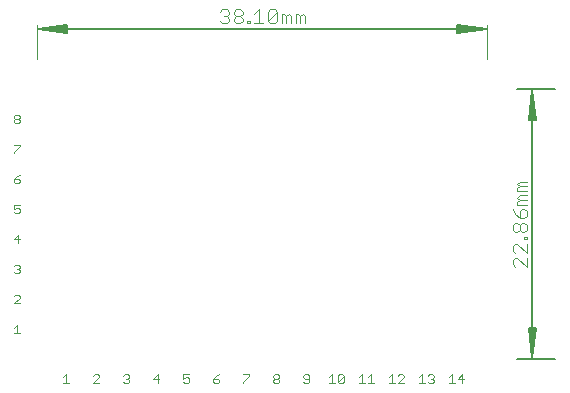
<source format=gko>
G75*
%MOIN*%
%OFA0B0*%
%FSLAX25Y25*%
%IPPOS*%
%LPD*%
%AMOC8*
5,1,8,0,0,1.08239X$1,22.5*
%
%ADD10C,0.00300*%
%ADD11C,0.00100*%
%ADD12C,0.00500*%
%ADD13C,0.00400*%
%ADD14C,0.00512*%
D10*
X0018690Y0002217D02*
X0020625Y0002217D01*
X0019657Y0002217D02*
X0019657Y0005119D01*
X0018690Y0004152D01*
X0028690Y0004635D02*
X0029174Y0005119D01*
X0030141Y0005119D01*
X0030625Y0004635D01*
X0030625Y0004152D01*
X0028690Y0002217D01*
X0030625Y0002217D01*
X0038690Y0002700D02*
X0039174Y0002217D01*
X0040141Y0002217D01*
X0040625Y0002700D01*
X0040625Y0003184D01*
X0040141Y0003668D01*
X0039657Y0003668D01*
X0040141Y0003668D02*
X0040625Y0004152D01*
X0040625Y0004635D01*
X0040141Y0005119D01*
X0039174Y0005119D01*
X0038690Y0004635D01*
X0048690Y0003668D02*
X0050625Y0003668D01*
X0050141Y0002217D02*
X0050141Y0005119D01*
X0048690Y0003668D01*
X0058690Y0003668D02*
X0059657Y0004152D01*
X0060141Y0004152D01*
X0060625Y0003668D01*
X0060625Y0002700D01*
X0060141Y0002217D01*
X0059174Y0002217D01*
X0058690Y0002700D01*
X0058690Y0003668D02*
X0058690Y0005119D01*
X0060625Y0005119D01*
X0068690Y0003668D02*
X0070141Y0003668D01*
X0070625Y0003184D01*
X0070625Y0002700D01*
X0070141Y0002217D01*
X0069174Y0002217D01*
X0068690Y0002700D01*
X0068690Y0003668D01*
X0069657Y0004635D01*
X0070625Y0005119D01*
X0078690Y0005119D02*
X0080625Y0005119D01*
X0080625Y0004635D01*
X0078690Y0002700D01*
X0078690Y0002217D01*
X0088690Y0002700D02*
X0089174Y0002217D01*
X0090141Y0002217D01*
X0090625Y0002700D01*
X0090625Y0003184D01*
X0090141Y0003668D01*
X0089174Y0003668D01*
X0088690Y0004152D01*
X0088690Y0004635D01*
X0089174Y0005119D01*
X0090141Y0005119D01*
X0090625Y0004635D01*
X0090625Y0004152D01*
X0090141Y0003668D01*
X0089174Y0003668D02*
X0088690Y0003184D01*
X0088690Y0002700D01*
X0098690Y0002700D02*
X0099174Y0002217D01*
X0100141Y0002217D01*
X0100625Y0002700D01*
X0100625Y0004635D01*
X0100141Y0005119D01*
X0099174Y0005119D01*
X0098690Y0004635D01*
X0098690Y0004152D01*
X0099174Y0003668D01*
X0100625Y0003668D01*
X0107217Y0004152D02*
X0108184Y0005119D01*
X0108184Y0002217D01*
X0107217Y0002217D02*
X0109152Y0002217D01*
X0110163Y0002700D02*
X0112098Y0004635D01*
X0112098Y0002700D01*
X0111614Y0002217D01*
X0110647Y0002217D01*
X0110163Y0002700D01*
X0110163Y0004635D01*
X0110647Y0005119D01*
X0111614Y0005119D01*
X0112098Y0004635D01*
X0117217Y0004152D02*
X0118184Y0005119D01*
X0118184Y0002217D01*
X0117217Y0002217D02*
X0119152Y0002217D01*
X0120163Y0002217D02*
X0122098Y0002217D01*
X0121131Y0002217D02*
X0121131Y0005119D01*
X0120163Y0004152D01*
X0127217Y0004152D02*
X0128184Y0005119D01*
X0128184Y0002217D01*
X0127217Y0002217D02*
X0129152Y0002217D01*
X0130163Y0002217D02*
X0132098Y0004152D01*
X0132098Y0004635D01*
X0131614Y0005119D01*
X0130647Y0005119D01*
X0130163Y0004635D01*
X0130163Y0002217D02*
X0132098Y0002217D01*
X0137217Y0002217D02*
X0139152Y0002217D01*
X0138184Y0002217D02*
X0138184Y0005119D01*
X0137217Y0004152D01*
X0140163Y0004635D02*
X0140647Y0005119D01*
X0141614Y0005119D01*
X0142098Y0004635D01*
X0142098Y0004152D01*
X0141614Y0003668D01*
X0142098Y0003184D01*
X0142098Y0002700D01*
X0141614Y0002217D01*
X0140647Y0002217D01*
X0140163Y0002700D01*
X0141131Y0003668D02*
X0141614Y0003668D01*
X0147217Y0004152D02*
X0148184Y0005119D01*
X0148184Y0002217D01*
X0147217Y0002217D02*
X0149152Y0002217D01*
X0150163Y0003668D02*
X0152098Y0003668D01*
X0151614Y0002217D02*
X0151614Y0005119D01*
X0150163Y0003668D01*
X0004152Y0018817D02*
X0002217Y0018817D01*
X0003184Y0018817D02*
X0003184Y0021719D01*
X0002217Y0020752D01*
X0002217Y0028817D02*
X0004152Y0030752D01*
X0004152Y0031235D01*
X0003668Y0031719D01*
X0002700Y0031719D01*
X0002217Y0031235D01*
X0002217Y0028817D02*
X0004152Y0028817D01*
X0003668Y0038817D02*
X0002700Y0038817D01*
X0002217Y0039300D01*
X0003184Y0040268D02*
X0003668Y0040268D01*
X0004152Y0039784D01*
X0004152Y0039300D01*
X0003668Y0038817D01*
X0003668Y0040268D02*
X0004152Y0040752D01*
X0004152Y0041235D01*
X0003668Y0041719D01*
X0002700Y0041719D01*
X0002217Y0041235D01*
X0003668Y0048817D02*
X0003668Y0051719D01*
X0002217Y0050268D01*
X0004152Y0050268D01*
X0003668Y0058817D02*
X0002700Y0058817D01*
X0002217Y0059300D01*
X0002217Y0060268D02*
X0003184Y0060752D01*
X0003668Y0060752D01*
X0004152Y0060268D01*
X0004152Y0059300D01*
X0003668Y0058817D01*
X0002217Y0060268D02*
X0002217Y0061719D01*
X0004152Y0061719D01*
X0003668Y0068817D02*
X0004152Y0069300D01*
X0004152Y0069784D01*
X0003668Y0070268D01*
X0002217Y0070268D01*
X0002217Y0069300D01*
X0002700Y0068817D01*
X0003668Y0068817D01*
X0002217Y0070268D02*
X0003184Y0071235D01*
X0004152Y0071719D01*
X0002217Y0078817D02*
X0002217Y0079300D01*
X0004152Y0081235D01*
X0004152Y0081719D01*
X0002217Y0081719D01*
X0002700Y0088817D02*
X0002217Y0089300D01*
X0002217Y0089784D01*
X0002700Y0090268D01*
X0003668Y0090268D01*
X0004152Y0089784D01*
X0004152Y0089300D01*
X0003668Y0088817D01*
X0002700Y0088817D01*
X0002700Y0090268D02*
X0002217Y0090752D01*
X0002217Y0091235D01*
X0002700Y0091719D01*
X0003668Y0091719D01*
X0004152Y0091235D01*
X0004152Y0090752D01*
X0003668Y0090268D01*
D11*
X0010013Y0110267D02*
X0010013Y0121767D01*
X0160013Y0121767D02*
X0160013Y0110267D01*
D12*
X0159763Y0120267D02*
X0150013Y0119267D01*
X0150013Y0119039D02*
X0159763Y0120267D01*
X0150013Y0121267D01*
X0150013Y0121495D02*
X0150013Y0119039D01*
X0150013Y0119767D02*
X0159763Y0120267D01*
X0150013Y0120767D01*
X0150013Y0121495D02*
X0159763Y0120267D01*
X0010263Y0120267D01*
X0020013Y0119267D01*
X0020013Y0119039D02*
X0010263Y0120267D01*
X0020013Y0121267D01*
X0020013Y0121495D02*
X0020013Y0119039D01*
X0020013Y0119767D02*
X0010263Y0120267D01*
X0020013Y0120767D01*
X0020013Y0121495D02*
X0010263Y0120267D01*
D13*
X0070783Y0122984D02*
X0071550Y0122217D01*
X0073085Y0122217D01*
X0073852Y0122984D01*
X0073852Y0123751D01*
X0073085Y0124519D01*
X0072317Y0124519D01*
X0073085Y0124519D02*
X0073852Y0125286D01*
X0073852Y0126053D01*
X0073085Y0126821D01*
X0071550Y0126821D01*
X0070783Y0126053D01*
X0075387Y0126053D02*
X0075387Y0125286D01*
X0076154Y0124519D01*
X0077689Y0124519D01*
X0078456Y0123751D01*
X0078456Y0122984D01*
X0077689Y0122217D01*
X0076154Y0122217D01*
X0075387Y0122984D01*
X0075387Y0123751D01*
X0076154Y0124519D01*
X0077689Y0124519D02*
X0078456Y0125286D01*
X0078456Y0126053D01*
X0077689Y0126821D01*
X0076154Y0126821D01*
X0075387Y0126053D01*
X0079991Y0122984D02*
X0080758Y0122984D01*
X0080758Y0122217D01*
X0079991Y0122217D01*
X0079991Y0122984D01*
X0082292Y0122217D02*
X0085362Y0122217D01*
X0083827Y0122217D02*
X0083827Y0126821D01*
X0082292Y0125286D01*
X0086896Y0126053D02*
X0086896Y0122984D01*
X0089966Y0126053D01*
X0089966Y0122984D01*
X0089198Y0122217D01*
X0087664Y0122217D01*
X0086896Y0122984D01*
X0091500Y0122217D02*
X0091500Y0125286D01*
X0092268Y0125286D01*
X0093035Y0124519D01*
X0093802Y0125286D01*
X0094570Y0124519D01*
X0094570Y0122217D01*
X0096104Y0122217D02*
X0096104Y0125286D01*
X0096872Y0125286D01*
X0097639Y0124519D01*
X0098406Y0125286D01*
X0099174Y0124519D01*
X0099174Y0122217D01*
X0097639Y0122217D02*
X0097639Y0124519D01*
X0093035Y0124519D02*
X0093035Y0122217D01*
X0089966Y0126053D02*
X0089198Y0126821D01*
X0087664Y0126821D01*
X0086896Y0126053D01*
X0169982Y0068660D02*
X0170749Y0069427D01*
X0173051Y0069427D01*
X0173051Y0067892D02*
X0170749Y0067892D01*
X0169982Y0068660D01*
X0170749Y0067892D02*
X0169982Y0067125D01*
X0169982Y0066358D01*
X0173051Y0066358D01*
X0173051Y0064823D02*
X0170749Y0064823D01*
X0169982Y0064056D01*
X0170749Y0063288D01*
X0173051Y0063288D01*
X0173051Y0061754D02*
X0169982Y0061754D01*
X0169982Y0062521D01*
X0170749Y0063288D01*
X0171517Y0060219D02*
X0170749Y0059452D01*
X0170749Y0057150D01*
X0172284Y0057150D01*
X0173051Y0057917D01*
X0173051Y0059452D01*
X0172284Y0060219D01*
X0171517Y0060219D01*
X0169215Y0058684D02*
X0170749Y0057150D01*
X0169215Y0058684D02*
X0168447Y0060219D01*
X0169215Y0055615D02*
X0169982Y0055615D01*
X0170749Y0054848D01*
X0170749Y0053313D01*
X0169982Y0052546D01*
X0169215Y0052546D01*
X0168447Y0053313D01*
X0168447Y0054848D01*
X0169215Y0055615D01*
X0170749Y0054848D02*
X0171517Y0055615D01*
X0172284Y0055615D01*
X0173051Y0054848D01*
X0173051Y0053313D01*
X0172284Y0052546D01*
X0171517Y0052546D01*
X0170749Y0053313D01*
X0172284Y0051011D02*
X0173051Y0051011D01*
X0173051Y0050244D01*
X0172284Y0050244D01*
X0172284Y0051011D01*
X0173051Y0048709D02*
X0173051Y0045640D01*
X0169982Y0048709D01*
X0169215Y0048709D01*
X0168447Y0047942D01*
X0168447Y0046407D01*
X0169215Y0045640D01*
X0169215Y0044105D02*
X0168447Y0043338D01*
X0168447Y0041803D01*
X0169215Y0041036D01*
X0169215Y0044105D02*
X0169982Y0044105D01*
X0173051Y0041036D01*
X0173051Y0044105D01*
D14*
X0173756Y0020503D02*
X0176270Y0020503D01*
X0175013Y0010523D01*
X0176037Y0020503D01*
X0175525Y0020503D02*
X0175013Y0010523D01*
X0173990Y0020503D01*
X0173756Y0020503D02*
X0175013Y0010523D01*
X0174501Y0020503D01*
X0175013Y0010523D02*
X0175013Y0100011D01*
X0176037Y0090030D01*
X0176270Y0090030D02*
X0175013Y0100011D01*
X0173990Y0090030D01*
X0173756Y0090030D02*
X0176270Y0090030D01*
X0175525Y0090030D02*
X0175013Y0100011D01*
X0174501Y0090030D01*
X0173756Y0090030D02*
X0175013Y0100011D01*
X0170013Y0100267D02*
X0182690Y0100267D01*
X0182690Y0010267D02*
X0170013Y0010267D01*
M02*

</source>
